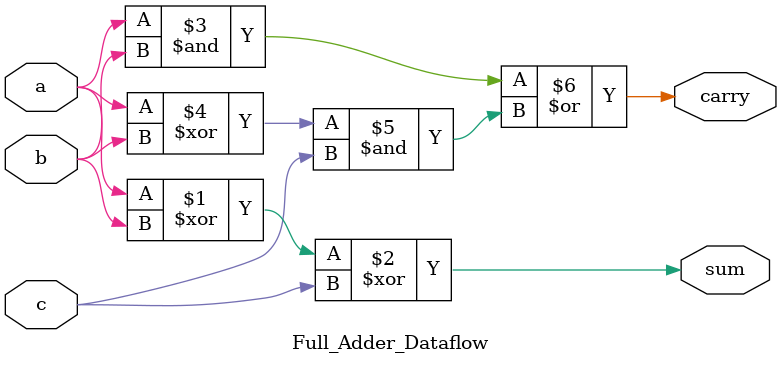
<source format=v>

module Full_Adder_Dataflow(
input a,b,c,
output sum,carry
);

assign sum = a ^ b ^ c;
assign carry = (a & b) | ((a ^ b) & c); 
endmodule

</source>
